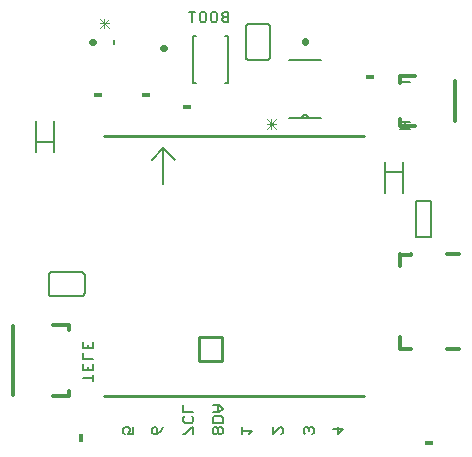
<source format=gbo>
G75*
%MOIN*%
%OFA0B0*%
%FSLAX25Y25*%
%IPPOS*%
%LPD*%
%AMOC8*
5,1,8,0,0,1.08239X$1,22.5*
%
%ADD10C,0.00600*%
%ADD11C,0.00700*%
%ADD12C,0.00300*%
%ADD13C,0.01000*%
%ADD14C,0.00500*%
%ADD15C,0.02200*%
%ADD16R,0.03000X0.01800*%
%ADD17C,0.01200*%
%ADD18C,0.00800*%
%ADD19R,0.01800X0.03000*%
D10*
X0050981Y0048430D02*
X0051548Y0047863D01*
X0050981Y0048430D02*
X0050981Y0049564D01*
X0051548Y0050132D01*
X0052683Y0050132D01*
X0053250Y0049564D01*
X0053250Y0048997D01*
X0052683Y0047863D01*
X0054384Y0047863D01*
X0054384Y0050132D01*
X0060824Y0049564D02*
X0061391Y0050132D01*
X0061958Y0050132D01*
X0062525Y0049564D01*
X0062525Y0047863D01*
X0061391Y0047863D01*
X0060824Y0048430D01*
X0060824Y0049564D01*
X0062525Y0047863D02*
X0063659Y0048997D01*
X0064227Y0050132D01*
X0071060Y0052113D02*
X0071627Y0051546D01*
X0073896Y0051546D01*
X0074463Y0052113D01*
X0074463Y0053248D01*
X0073896Y0053815D01*
X0074463Y0055229D02*
X0071060Y0055229D01*
X0071060Y0057498D01*
X0071627Y0053815D02*
X0071060Y0053248D01*
X0071060Y0052113D01*
X0073896Y0050132D02*
X0071627Y0047863D01*
X0071060Y0047863D01*
X0073896Y0050132D02*
X0074463Y0050132D01*
X0074463Y0047863D01*
X0080902Y0048430D02*
X0081470Y0047863D01*
X0082037Y0047863D01*
X0082604Y0048430D01*
X0082604Y0049564D01*
X0082037Y0050132D01*
X0081470Y0050132D01*
X0080902Y0049564D01*
X0080902Y0048430D01*
X0082604Y0048430D02*
X0083171Y0047863D01*
X0083738Y0047863D01*
X0084305Y0048430D01*
X0084305Y0049564D01*
X0083738Y0050132D01*
X0083171Y0050132D01*
X0082604Y0049564D01*
X0084305Y0051546D02*
X0080902Y0051546D01*
X0080902Y0053248D01*
X0081470Y0053815D01*
X0083738Y0053815D01*
X0084305Y0053248D01*
X0084305Y0051546D01*
X0083171Y0055229D02*
X0080902Y0055229D01*
X0082604Y0055229D02*
X0082604Y0057498D01*
X0083171Y0057498D02*
X0080902Y0057498D01*
X0083171Y0057498D02*
X0084305Y0056364D01*
X0083171Y0055229D01*
X0090745Y0050132D02*
X0090745Y0047863D01*
X0090745Y0048997D02*
X0094148Y0048997D01*
X0093013Y0047863D01*
X0100981Y0047863D02*
X0103250Y0050132D01*
X0103817Y0050132D01*
X0104384Y0049564D01*
X0104384Y0048430D01*
X0103817Y0047863D01*
X0100981Y0047863D02*
X0100981Y0050132D01*
X0111217Y0049564D02*
X0111217Y0048430D01*
X0111784Y0047863D01*
X0112919Y0048997D02*
X0112919Y0049564D01*
X0112352Y0050132D01*
X0111784Y0050132D01*
X0111217Y0049564D01*
X0112919Y0049564D02*
X0113486Y0050132D01*
X0114053Y0050132D01*
X0114620Y0049564D01*
X0114620Y0048430D01*
X0114053Y0047863D01*
X0121060Y0049564D02*
X0124463Y0049564D01*
X0122761Y0047863D01*
X0122761Y0050132D01*
X0038209Y0094957D02*
X0038209Y0100957D01*
X0038207Y0101017D01*
X0038202Y0101078D01*
X0038193Y0101137D01*
X0038180Y0101196D01*
X0038164Y0101255D01*
X0038144Y0101312D01*
X0038121Y0101367D01*
X0038094Y0101422D01*
X0038065Y0101474D01*
X0038032Y0101525D01*
X0037996Y0101574D01*
X0037958Y0101620D01*
X0037916Y0101664D01*
X0037872Y0101706D01*
X0037826Y0101744D01*
X0037777Y0101780D01*
X0037726Y0101813D01*
X0037674Y0101842D01*
X0037619Y0101869D01*
X0037564Y0101892D01*
X0037507Y0101912D01*
X0037448Y0101928D01*
X0037389Y0101941D01*
X0037330Y0101950D01*
X0037269Y0101955D01*
X0037209Y0101957D01*
X0027209Y0101957D01*
X0027149Y0101955D01*
X0027088Y0101950D01*
X0027029Y0101941D01*
X0026970Y0101928D01*
X0026911Y0101912D01*
X0026854Y0101892D01*
X0026799Y0101869D01*
X0026744Y0101842D01*
X0026692Y0101813D01*
X0026641Y0101780D01*
X0026592Y0101744D01*
X0026546Y0101706D01*
X0026502Y0101664D01*
X0026460Y0101620D01*
X0026422Y0101574D01*
X0026386Y0101525D01*
X0026353Y0101474D01*
X0026324Y0101422D01*
X0026297Y0101367D01*
X0026274Y0101312D01*
X0026254Y0101255D01*
X0026238Y0101196D01*
X0026225Y0101137D01*
X0026216Y0101078D01*
X0026211Y0101017D01*
X0026209Y0100957D01*
X0026209Y0094957D01*
X0026211Y0094897D01*
X0026216Y0094836D01*
X0026225Y0094777D01*
X0026238Y0094718D01*
X0026254Y0094659D01*
X0026274Y0094602D01*
X0026297Y0094547D01*
X0026324Y0094492D01*
X0026353Y0094440D01*
X0026386Y0094389D01*
X0026422Y0094340D01*
X0026460Y0094294D01*
X0026502Y0094250D01*
X0026546Y0094208D01*
X0026592Y0094170D01*
X0026641Y0094134D01*
X0026692Y0094101D01*
X0026744Y0094072D01*
X0026799Y0094045D01*
X0026854Y0094022D01*
X0026911Y0094002D01*
X0026970Y0093986D01*
X0027029Y0093973D01*
X0027088Y0093964D01*
X0027149Y0093959D01*
X0027209Y0093957D01*
X0037209Y0093957D01*
X0037269Y0093959D01*
X0037330Y0093964D01*
X0037389Y0093973D01*
X0037448Y0093986D01*
X0037507Y0094002D01*
X0037564Y0094022D01*
X0037619Y0094045D01*
X0037674Y0094072D01*
X0037726Y0094101D01*
X0037777Y0094134D01*
X0037826Y0094170D01*
X0037872Y0094208D01*
X0037916Y0094250D01*
X0037958Y0094294D01*
X0037996Y0094340D01*
X0038032Y0094389D01*
X0038065Y0094440D01*
X0038094Y0094492D01*
X0038121Y0094547D01*
X0038144Y0094602D01*
X0038164Y0094659D01*
X0038180Y0094718D01*
X0038193Y0094777D01*
X0038202Y0094836D01*
X0038207Y0094897D01*
X0038209Y0094957D01*
X0092988Y0172665D02*
X0098988Y0172665D01*
X0099048Y0172667D01*
X0099109Y0172672D01*
X0099168Y0172681D01*
X0099227Y0172694D01*
X0099286Y0172710D01*
X0099343Y0172730D01*
X0099398Y0172753D01*
X0099453Y0172780D01*
X0099505Y0172809D01*
X0099556Y0172842D01*
X0099605Y0172878D01*
X0099651Y0172916D01*
X0099695Y0172958D01*
X0099737Y0173002D01*
X0099775Y0173048D01*
X0099811Y0173097D01*
X0099844Y0173148D01*
X0099873Y0173200D01*
X0099900Y0173255D01*
X0099923Y0173310D01*
X0099943Y0173367D01*
X0099959Y0173426D01*
X0099972Y0173485D01*
X0099981Y0173544D01*
X0099986Y0173605D01*
X0099988Y0173665D01*
X0099988Y0183665D01*
X0099986Y0183725D01*
X0099981Y0183786D01*
X0099972Y0183845D01*
X0099959Y0183904D01*
X0099943Y0183963D01*
X0099923Y0184020D01*
X0099900Y0184075D01*
X0099873Y0184130D01*
X0099844Y0184182D01*
X0099811Y0184233D01*
X0099775Y0184282D01*
X0099737Y0184328D01*
X0099695Y0184372D01*
X0099651Y0184414D01*
X0099605Y0184452D01*
X0099556Y0184488D01*
X0099505Y0184521D01*
X0099453Y0184550D01*
X0099398Y0184577D01*
X0099343Y0184600D01*
X0099286Y0184620D01*
X0099227Y0184636D01*
X0099168Y0184649D01*
X0099109Y0184658D01*
X0099048Y0184663D01*
X0098988Y0184665D01*
X0092988Y0184665D01*
X0092928Y0184663D01*
X0092867Y0184658D01*
X0092808Y0184649D01*
X0092749Y0184636D01*
X0092690Y0184620D01*
X0092633Y0184600D01*
X0092578Y0184577D01*
X0092523Y0184550D01*
X0092471Y0184521D01*
X0092420Y0184488D01*
X0092371Y0184452D01*
X0092325Y0184414D01*
X0092281Y0184372D01*
X0092239Y0184328D01*
X0092201Y0184282D01*
X0092165Y0184233D01*
X0092132Y0184182D01*
X0092103Y0184130D01*
X0092076Y0184075D01*
X0092053Y0184020D01*
X0092033Y0183963D01*
X0092017Y0183904D01*
X0092004Y0183845D01*
X0091995Y0183786D01*
X0091990Y0183725D01*
X0091988Y0183665D01*
X0091988Y0173665D01*
X0091990Y0173605D01*
X0091995Y0173544D01*
X0092004Y0173485D01*
X0092017Y0173426D01*
X0092033Y0173367D01*
X0092053Y0173310D01*
X0092076Y0173255D01*
X0092103Y0173200D01*
X0092132Y0173148D01*
X0092165Y0173097D01*
X0092201Y0173048D01*
X0092239Y0173002D01*
X0092281Y0172958D01*
X0092325Y0172916D01*
X0092371Y0172878D01*
X0092420Y0172842D01*
X0092471Y0172809D01*
X0092523Y0172780D01*
X0092578Y0172753D01*
X0092633Y0172730D01*
X0092690Y0172710D01*
X0092749Y0172694D01*
X0092808Y0172681D01*
X0092867Y0172672D01*
X0092928Y0172667D01*
X0092988Y0172665D01*
X0106336Y0172717D02*
X0117136Y0172717D01*
X0117136Y0153117D02*
X0112936Y0153117D01*
X0110536Y0153117D01*
X0106336Y0153117D01*
X0110536Y0153117D02*
X0110538Y0153186D01*
X0110544Y0153254D01*
X0110554Y0153322D01*
X0110567Y0153389D01*
X0110585Y0153455D01*
X0110606Y0153520D01*
X0110631Y0153584D01*
X0110659Y0153646D01*
X0110691Y0153707D01*
X0110726Y0153766D01*
X0110765Y0153822D01*
X0110807Y0153877D01*
X0110852Y0153928D01*
X0110900Y0153978D01*
X0110950Y0154024D01*
X0111003Y0154067D01*
X0111059Y0154108D01*
X0111116Y0154145D01*
X0111176Y0154178D01*
X0111238Y0154209D01*
X0111301Y0154235D01*
X0111365Y0154258D01*
X0111431Y0154278D01*
X0111498Y0154293D01*
X0111565Y0154305D01*
X0111633Y0154313D01*
X0111702Y0154317D01*
X0111770Y0154317D01*
X0111839Y0154313D01*
X0111907Y0154305D01*
X0111974Y0154293D01*
X0112041Y0154278D01*
X0112107Y0154258D01*
X0112171Y0154235D01*
X0112234Y0154209D01*
X0112296Y0154178D01*
X0112356Y0154145D01*
X0112413Y0154108D01*
X0112469Y0154067D01*
X0112522Y0154024D01*
X0112572Y0153978D01*
X0112620Y0153928D01*
X0112665Y0153877D01*
X0112707Y0153822D01*
X0112746Y0153766D01*
X0112781Y0153707D01*
X0112813Y0153646D01*
X0112841Y0153584D01*
X0112866Y0153520D01*
X0112887Y0153455D01*
X0112905Y0153389D01*
X0112918Y0153322D01*
X0112928Y0153254D01*
X0112934Y0153186D01*
X0112936Y0153117D01*
X0047881Y0177965D02*
X0047920Y0178018D01*
X0047956Y0178073D01*
X0047988Y0178130D01*
X0048017Y0178188D01*
X0048043Y0178249D01*
X0048065Y0178310D01*
X0048084Y0178373D01*
X0048099Y0178437D01*
X0048110Y0178502D01*
X0048118Y0178567D01*
X0048122Y0178632D01*
X0048122Y0178698D01*
X0048118Y0178763D01*
X0048110Y0178828D01*
X0048099Y0178893D01*
X0048084Y0178957D01*
X0048065Y0179020D01*
X0048043Y0179081D01*
X0048017Y0179142D01*
X0047988Y0179200D01*
X0047956Y0179257D01*
X0047920Y0179312D01*
X0047881Y0179365D01*
X0047920Y0179312D01*
X0047956Y0179257D01*
X0047988Y0179200D01*
X0048017Y0179142D01*
X0048043Y0179081D01*
X0048065Y0179020D01*
X0048084Y0178957D01*
X0048099Y0178893D01*
X0048110Y0178828D01*
X0048118Y0178763D01*
X0048122Y0178698D01*
X0048122Y0178632D01*
X0048118Y0178567D01*
X0048110Y0178502D01*
X0048099Y0178437D01*
X0048084Y0178373D01*
X0048065Y0178310D01*
X0048043Y0178249D01*
X0048017Y0178188D01*
X0047988Y0178130D01*
X0047956Y0178073D01*
X0047920Y0178018D01*
X0047881Y0177965D01*
D11*
X0072938Y0188617D02*
X0075140Y0188617D01*
X0074039Y0188617D02*
X0074039Y0185315D01*
X0076621Y0185865D02*
X0076621Y0188067D01*
X0077172Y0188617D01*
X0078273Y0188617D01*
X0078823Y0188067D01*
X0078823Y0185865D01*
X0078273Y0185315D01*
X0077172Y0185315D01*
X0076621Y0185865D01*
X0080304Y0185865D02*
X0080855Y0185315D01*
X0081956Y0185315D01*
X0082506Y0185865D01*
X0082506Y0188067D01*
X0081956Y0188617D01*
X0080855Y0188617D01*
X0080304Y0188067D01*
X0080304Y0185865D01*
X0083988Y0185865D02*
X0084538Y0185315D01*
X0086189Y0185315D01*
X0086189Y0188617D01*
X0084538Y0188617D01*
X0083988Y0188067D01*
X0083988Y0187516D01*
X0084538Y0186966D01*
X0086189Y0186966D01*
X0084538Y0186966D02*
X0083988Y0186416D01*
X0083988Y0185865D01*
X0143519Y0167438D02*
X0143519Y0165236D01*
X0146822Y0165236D01*
X0146822Y0151944D02*
X0143519Y0151944D01*
X0145171Y0151944D02*
X0145171Y0149742D01*
X0146822Y0149742D02*
X0143519Y0149742D01*
X0040917Y0078715D02*
X0040917Y0076513D01*
X0037614Y0076513D01*
X0037614Y0078715D01*
X0039265Y0077614D02*
X0039265Y0076513D01*
X0037614Y0075032D02*
X0037614Y0072830D01*
X0040917Y0072830D01*
X0040917Y0071349D02*
X0040917Y0069147D01*
X0037614Y0069147D01*
X0037614Y0071349D01*
X0039265Y0070248D02*
X0039265Y0069147D01*
X0040917Y0067666D02*
X0040917Y0065464D01*
X0040917Y0066565D02*
X0037614Y0066565D01*
D12*
X0098886Y0149647D02*
X0102022Y0152783D01*
X0102022Y0151215D02*
X0098886Y0151215D01*
X0098886Y0152783D02*
X0102022Y0149647D01*
X0100454Y0149647D02*
X0100454Y0152783D01*
X0046347Y0183279D02*
X0043211Y0186415D01*
X0046347Y0183279D01*
X0044779Y0183279D02*
X0044779Y0186415D01*
X0044779Y0183279D01*
X0043211Y0183279D02*
X0046347Y0186415D01*
X0043211Y0183279D01*
X0043211Y0184847D02*
X0046347Y0184847D01*
X0043211Y0184847D01*
D13*
X0044807Y0147169D02*
X0131421Y0147169D01*
X0084177Y0080240D02*
X0076303Y0080240D01*
X0076303Y0072366D01*
X0084177Y0072366D01*
X0084177Y0080240D01*
X0044807Y0060555D02*
X0131421Y0060555D01*
D14*
X0148547Y0113705D02*
X0148547Y0125516D01*
X0153665Y0125516D01*
X0153665Y0113705D01*
X0148547Y0113705D01*
X0086146Y0164886D02*
X0084965Y0164886D01*
X0086146Y0164886D02*
X0086146Y0180634D01*
X0084965Y0180634D01*
X0075516Y0180634D02*
X0074335Y0180634D01*
X0074335Y0164886D01*
X0075516Y0164886D01*
X0064492Y0143232D02*
X0060555Y0139295D01*
X0064492Y0143232D02*
X0068429Y0139295D01*
X0064492Y0143232D02*
X0064492Y0131421D01*
D15*
X0064372Y0176697D02*
X0064612Y0176697D01*
X0040990Y0178665D02*
X0040750Y0178665D01*
X0111736Y0178545D02*
X0111736Y0178785D01*
D16*
X0133390Y0166854D03*
X0072366Y0157012D03*
X0058587Y0160949D03*
X0042839Y0160949D03*
X0153075Y0044807D03*
D17*
X0158980Y0076303D02*
X0162917Y0076303D01*
X0147169Y0076303D02*
X0143232Y0076303D01*
X0143232Y0080240D01*
X0143232Y0103862D02*
X0143232Y0107799D01*
X0143303Y0107771D02*
X0147169Y0107771D01*
X0147169Y0107799D01*
X0158980Y0107799D02*
X0162917Y0107799D01*
X0148469Y0150713D02*
X0143232Y0150713D01*
X0143232Y0153075D01*
X0143232Y0164886D02*
X0143232Y0167248D01*
X0148469Y0167248D01*
X0161854Y0165673D02*
X0161854Y0152287D01*
X0032996Y0084177D02*
X0032996Y0082602D01*
X0032996Y0084177D02*
X0027760Y0084177D01*
X0014374Y0083783D02*
X0014374Y0060949D01*
X0027760Y0060555D02*
X0032996Y0060555D01*
X0032996Y0062130D01*
D18*
X0028173Y0142051D02*
X0028173Y0145201D01*
X0022071Y0145201D01*
X0022071Y0152287D01*
X0028173Y0152287D02*
X0028173Y0145201D01*
X0022071Y0145201D02*
X0022071Y0142051D01*
X0138213Y0138508D02*
X0138213Y0135358D01*
X0144315Y0135358D01*
X0144315Y0128272D01*
X0138213Y0128272D02*
X0138213Y0135358D01*
X0144315Y0135358D02*
X0144315Y0138508D01*
D19*
X0036933Y0046776D03*
M02*

</source>
